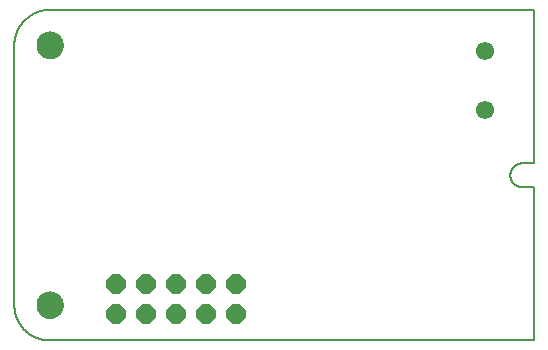
<source format=gbs>
G75*
%MOIN*%
%OFA0B0*%
%FSLAX25Y25*%
%IPPOS*%
%LPD*%
%AMOC8*
5,1,8,0,0,1.08239X$1,22.5*
%
%ADD10C,0.00800*%
%ADD11C,0.00000*%
%ADD12C,0.09061*%
%ADD13C,0.06109*%
%ADD14OC8,0.06400*%
D10*
X0013602Y0001400D02*
X0175019Y0001400D01*
X0175019Y0052581D01*
X0171082Y0052581D01*
X0170958Y0052583D01*
X0170835Y0052589D01*
X0170711Y0052598D01*
X0170589Y0052612D01*
X0170466Y0052629D01*
X0170344Y0052651D01*
X0170223Y0052676D01*
X0170103Y0052705D01*
X0169984Y0052737D01*
X0169865Y0052774D01*
X0169748Y0052814D01*
X0169633Y0052857D01*
X0169518Y0052905D01*
X0169406Y0052956D01*
X0169295Y0053010D01*
X0169185Y0053068D01*
X0169078Y0053129D01*
X0168972Y0053194D01*
X0168869Y0053262D01*
X0168768Y0053333D01*
X0168669Y0053407D01*
X0168572Y0053484D01*
X0168478Y0053565D01*
X0168387Y0053648D01*
X0168298Y0053734D01*
X0168212Y0053823D01*
X0168129Y0053914D01*
X0168048Y0054008D01*
X0167971Y0054105D01*
X0167897Y0054204D01*
X0167826Y0054305D01*
X0167758Y0054408D01*
X0167693Y0054514D01*
X0167632Y0054621D01*
X0167574Y0054731D01*
X0167520Y0054842D01*
X0167469Y0054954D01*
X0167421Y0055069D01*
X0167378Y0055184D01*
X0167338Y0055301D01*
X0167301Y0055420D01*
X0167269Y0055539D01*
X0167240Y0055659D01*
X0167215Y0055780D01*
X0167193Y0055902D01*
X0167176Y0056025D01*
X0167162Y0056147D01*
X0167153Y0056271D01*
X0167147Y0056394D01*
X0167145Y0056518D01*
X0167147Y0056642D01*
X0167153Y0056765D01*
X0167162Y0056889D01*
X0167176Y0057011D01*
X0167193Y0057134D01*
X0167215Y0057256D01*
X0167240Y0057377D01*
X0167269Y0057497D01*
X0167301Y0057616D01*
X0167338Y0057735D01*
X0167378Y0057852D01*
X0167421Y0057967D01*
X0167469Y0058082D01*
X0167520Y0058194D01*
X0167574Y0058305D01*
X0167632Y0058415D01*
X0167693Y0058522D01*
X0167758Y0058628D01*
X0167826Y0058731D01*
X0167897Y0058832D01*
X0167971Y0058931D01*
X0168048Y0059028D01*
X0168129Y0059122D01*
X0168212Y0059213D01*
X0168298Y0059302D01*
X0168387Y0059388D01*
X0168478Y0059471D01*
X0168572Y0059552D01*
X0168669Y0059629D01*
X0168768Y0059703D01*
X0168869Y0059774D01*
X0168972Y0059842D01*
X0169078Y0059907D01*
X0169185Y0059968D01*
X0169295Y0060026D01*
X0169406Y0060080D01*
X0169518Y0060131D01*
X0169633Y0060179D01*
X0169748Y0060222D01*
X0169865Y0060262D01*
X0169984Y0060299D01*
X0170103Y0060331D01*
X0170223Y0060360D01*
X0170344Y0060385D01*
X0170466Y0060407D01*
X0170589Y0060424D01*
X0170711Y0060438D01*
X0170835Y0060447D01*
X0170958Y0060453D01*
X0171082Y0060455D01*
X0175019Y0060455D01*
X0175019Y0111636D01*
X0013602Y0111636D01*
X0013317Y0111633D01*
X0013031Y0111622D01*
X0012746Y0111605D01*
X0012462Y0111581D01*
X0012178Y0111550D01*
X0011895Y0111512D01*
X0011614Y0111467D01*
X0011333Y0111416D01*
X0011053Y0111358D01*
X0010775Y0111293D01*
X0010499Y0111221D01*
X0010225Y0111143D01*
X0009952Y0111058D01*
X0009682Y0110966D01*
X0009414Y0110868D01*
X0009148Y0110764D01*
X0008885Y0110653D01*
X0008625Y0110536D01*
X0008367Y0110413D01*
X0008113Y0110283D01*
X0007862Y0110147D01*
X0007614Y0110006D01*
X0007370Y0109858D01*
X0007129Y0109705D01*
X0006893Y0109545D01*
X0006660Y0109380D01*
X0006431Y0109210D01*
X0006206Y0109034D01*
X0005986Y0108852D01*
X0005770Y0108666D01*
X0005559Y0108474D01*
X0005352Y0108277D01*
X0005150Y0108075D01*
X0004953Y0107868D01*
X0004761Y0107657D01*
X0004575Y0107441D01*
X0004393Y0107221D01*
X0004217Y0106996D01*
X0004047Y0106767D01*
X0003882Y0106534D01*
X0003722Y0106298D01*
X0003569Y0106057D01*
X0003421Y0105813D01*
X0003280Y0105565D01*
X0003144Y0105314D01*
X0003014Y0105060D01*
X0002891Y0104802D01*
X0002774Y0104542D01*
X0002663Y0104279D01*
X0002559Y0104013D01*
X0002461Y0103745D01*
X0002369Y0103475D01*
X0002284Y0103202D01*
X0002206Y0102928D01*
X0002134Y0102652D01*
X0002069Y0102374D01*
X0002011Y0102094D01*
X0001960Y0101813D01*
X0001915Y0101532D01*
X0001877Y0101249D01*
X0001846Y0100965D01*
X0001822Y0100681D01*
X0001805Y0100396D01*
X0001794Y0100110D01*
X0001791Y0099825D01*
X0001791Y0013211D01*
X0001794Y0012926D01*
X0001805Y0012640D01*
X0001822Y0012355D01*
X0001846Y0012071D01*
X0001877Y0011787D01*
X0001915Y0011504D01*
X0001960Y0011223D01*
X0002011Y0010942D01*
X0002069Y0010662D01*
X0002134Y0010384D01*
X0002206Y0010108D01*
X0002284Y0009834D01*
X0002369Y0009561D01*
X0002461Y0009291D01*
X0002559Y0009023D01*
X0002663Y0008757D01*
X0002774Y0008494D01*
X0002891Y0008234D01*
X0003014Y0007976D01*
X0003144Y0007722D01*
X0003280Y0007471D01*
X0003421Y0007223D01*
X0003569Y0006979D01*
X0003722Y0006738D01*
X0003882Y0006502D01*
X0004047Y0006269D01*
X0004217Y0006040D01*
X0004393Y0005815D01*
X0004575Y0005595D01*
X0004761Y0005379D01*
X0004953Y0005168D01*
X0005150Y0004961D01*
X0005352Y0004759D01*
X0005559Y0004562D01*
X0005770Y0004370D01*
X0005986Y0004184D01*
X0006206Y0004002D01*
X0006431Y0003826D01*
X0006660Y0003656D01*
X0006893Y0003491D01*
X0007129Y0003331D01*
X0007370Y0003178D01*
X0007614Y0003030D01*
X0007862Y0002889D01*
X0008113Y0002753D01*
X0008367Y0002623D01*
X0008625Y0002500D01*
X0008885Y0002383D01*
X0009148Y0002272D01*
X0009414Y0002168D01*
X0009682Y0002070D01*
X0009952Y0001978D01*
X0010225Y0001893D01*
X0010499Y0001815D01*
X0010775Y0001743D01*
X0011053Y0001678D01*
X0011333Y0001620D01*
X0011614Y0001569D01*
X0011895Y0001524D01*
X0012178Y0001486D01*
X0012462Y0001455D01*
X0012746Y0001431D01*
X0013031Y0001414D01*
X0013317Y0001403D01*
X0013602Y0001400D01*
D11*
X0009271Y0013211D02*
X0009273Y0013342D01*
X0009279Y0013474D01*
X0009289Y0013605D01*
X0009303Y0013736D01*
X0009321Y0013866D01*
X0009343Y0013995D01*
X0009368Y0014124D01*
X0009398Y0014252D01*
X0009432Y0014379D01*
X0009469Y0014506D01*
X0009510Y0014630D01*
X0009555Y0014754D01*
X0009604Y0014876D01*
X0009656Y0014997D01*
X0009712Y0015115D01*
X0009772Y0015233D01*
X0009835Y0015348D01*
X0009902Y0015461D01*
X0009972Y0015573D01*
X0010045Y0015682D01*
X0010121Y0015788D01*
X0010201Y0015893D01*
X0010284Y0015995D01*
X0010370Y0016094D01*
X0010459Y0016191D01*
X0010551Y0016285D01*
X0010646Y0016376D01*
X0010743Y0016465D01*
X0010843Y0016550D01*
X0010946Y0016632D01*
X0011051Y0016711D01*
X0011158Y0016787D01*
X0011268Y0016859D01*
X0011380Y0016928D01*
X0011494Y0016994D01*
X0011609Y0017056D01*
X0011727Y0017115D01*
X0011846Y0017170D01*
X0011967Y0017222D01*
X0012090Y0017269D01*
X0012214Y0017313D01*
X0012339Y0017354D01*
X0012465Y0017390D01*
X0012593Y0017423D01*
X0012721Y0017451D01*
X0012850Y0017476D01*
X0012980Y0017497D01*
X0013110Y0017514D01*
X0013241Y0017527D01*
X0013372Y0017536D01*
X0013503Y0017541D01*
X0013635Y0017542D01*
X0013766Y0017539D01*
X0013898Y0017532D01*
X0014029Y0017521D01*
X0014159Y0017506D01*
X0014289Y0017487D01*
X0014419Y0017464D01*
X0014547Y0017438D01*
X0014675Y0017407D01*
X0014802Y0017372D01*
X0014928Y0017334D01*
X0015052Y0017292D01*
X0015176Y0017246D01*
X0015297Y0017196D01*
X0015417Y0017143D01*
X0015536Y0017086D01*
X0015653Y0017026D01*
X0015767Y0016962D01*
X0015880Y0016894D01*
X0015991Y0016823D01*
X0016100Y0016749D01*
X0016206Y0016672D01*
X0016310Y0016591D01*
X0016411Y0016508D01*
X0016510Y0016421D01*
X0016606Y0016331D01*
X0016699Y0016238D01*
X0016790Y0016143D01*
X0016877Y0016045D01*
X0016962Y0015944D01*
X0017043Y0015841D01*
X0017121Y0015735D01*
X0017196Y0015627D01*
X0017268Y0015517D01*
X0017336Y0015405D01*
X0017401Y0015291D01*
X0017462Y0015174D01*
X0017520Y0015056D01*
X0017574Y0014936D01*
X0017625Y0014815D01*
X0017672Y0014692D01*
X0017715Y0014568D01*
X0017754Y0014443D01*
X0017790Y0014316D01*
X0017821Y0014188D01*
X0017849Y0014060D01*
X0017873Y0013931D01*
X0017893Y0013801D01*
X0017909Y0013670D01*
X0017921Y0013539D01*
X0017929Y0013408D01*
X0017933Y0013277D01*
X0017933Y0013145D01*
X0017929Y0013014D01*
X0017921Y0012883D01*
X0017909Y0012752D01*
X0017893Y0012621D01*
X0017873Y0012491D01*
X0017849Y0012362D01*
X0017821Y0012234D01*
X0017790Y0012106D01*
X0017754Y0011979D01*
X0017715Y0011854D01*
X0017672Y0011730D01*
X0017625Y0011607D01*
X0017574Y0011486D01*
X0017520Y0011366D01*
X0017462Y0011248D01*
X0017401Y0011131D01*
X0017336Y0011017D01*
X0017268Y0010905D01*
X0017196Y0010795D01*
X0017121Y0010687D01*
X0017043Y0010581D01*
X0016962Y0010478D01*
X0016877Y0010377D01*
X0016790Y0010279D01*
X0016699Y0010184D01*
X0016606Y0010091D01*
X0016510Y0010001D01*
X0016411Y0009914D01*
X0016310Y0009831D01*
X0016206Y0009750D01*
X0016100Y0009673D01*
X0015991Y0009599D01*
X0015880Y0009528D01*
X0015768Y0009460D01*
X0015653Y0009396D01*
X0015536Y0009336D01*
X0015417Y0009279D01*
X0015297Y0009226D01*
X0015176Y0009176D01*
X0015052Y0009130D01*
X0014928Y0009088D01*
X0014802Y0009050D01*
X0014675Y0009015D01*
X0014547Y0008984D01*
X0014419Y0008958D01*
X0014289Y0008935D01*
X0014159Y0008916D01*
X0014029Y0008901D01*
X0013898Y0008890D01*
X0013766Y0008883D01*
X0013635Y0008880D01*
X0013503Y0008881D01*
X0013372Y0008886D01*
X0013241Y0008895D01*
X0013110Y0008908D01*
X0012980Y0008925D01*
X0012850Y0008946D01*
X0012721Y0008971D01*
X0012593Y0008999D01*
X0012465Y0009032D01*
X0012339Y0009068D01*
X0012214Y0009109D01*
X0012090Y0009153D01*
X0011967Y0009200D01*
X0011846Y0009252D01*
X0011727Y0009307D01*
X0011609Y0009366D01*
X0011494Y0009428D01*
X0011380Y0009494D01*
X0011268Y0009563D01*
X0011158Y0009635D01*
X0011051Y0009711D01*
X0010946Y0009790D01*
X0010843Y0009872D01*
X0010743Y0009957D01*
X0010646Y0010046D01*
X0010551Y0010137D01*
X0010459Y0010231D01*
X0010370Y0010328D01*
X0010284Y0010427D01*
X0010201Y0010529D01*
X0010121Y0010634D01*
X0010045Y0010740D01*
X0009972Y0010849D01*
X0009902Y0010961D01*
X0009835Y0011074D01*
X0009772Y0011189D01*
X0009712Y0011307D01*
X0009656Y0011425D01*
X0009604Y0011546D01*
X0009555Y0011668D01*
X0009510Y0011792D01*
X0009469Y0011916D01*
X0009432Y0012043D01*
X0009398Y0012170D01*
X0009368Y0012298D01*
X0009343Y0012427D01*
X0009321Y0012556D01*
X0009303Y0012686D01*
X0009289Y0012817D01*
X0009279Y0012948D01*
X0009273Y0013080D01*
X0009271Y0013211D01*
X0009271Y0099825D02*
X0009273Y0099956D01*
X0009279Y0100088D01*
X0009289Y0100219D01*
X0009303Y0100350D01*
X0009321Y0100480D01*
X0009343Y0100609D01*
X0009368Y0100738D01*
X0009398Y0100866D01*
X0009432Y0100993D01*
X0009469Y0101120D01*
X0009510Y0101244D01*
X0009555Y0101368D01*
X0009604Y0101490D01*
X0009656Y0101611D01*
X0009712Y0101729D01*
X0009772Y0101847D01*
X0009835Y0101962D01*
X0009902Y0102075D01*
X0009972Y0102187D01*
X0010045Y0102296D01*
X0010121Y0102402D01*
X0010201Y0102507D01*
X0010284Y0102609D01*
X0010370Y0102708D01*
X0010459Y0102805D01*
X0010551Y0102899D01*
X0010646Y0102990D01*
X0010743Y0103079D01*
X0010843Y0103164D01*
X0010946Y0103246D01*
X0011051Y0103325D01*
X0011158Y0103401D01*
X0011268Y0103473D01*
X0011380Y0103542D01*
X0011494Y0103608D01*
X0011609Y0103670D01*
X0011727Y0103729D01*
X0011846Y0103784D01*
X0011967Y0103836D01*
X0012090Y0103883D01*
X0012214Y0103927D01*
X0012339Y0103968D01*
X0012465Y0104004D01*
X0012593Y0104037D01*
X0012721Y0104065D01*
X0012850Y0104090D01*
X0012980Y0104111D01*
X0013110Y0104128D01*
X0013241Y0104141D01*
X0013372Y0104150D01*
X0013503Y0104155D01*
X0013635Y0104156D01*
X0013766Y0104153D01*
X0013898Y0104146D01*
X0014029Y0104135D01*
X0014159Y0104120D01*
X0014289Y0104101D01*
X0014419Y0104078D01*
X0014547Y0104052D01*
X0014675Y0104021D01*
X0014802Y0103986D01*
X0014928Y0103948D01*
X0015052Y0103906D01*
X0015176Y0103860D01*
X0015297Y0103810D01*
X0015417Y0103757D01*
X0015536Y0103700D01*
X0015653Y0103640D01*
X0015767Y0103576D01*
X0015880Y0103508D01*
X0015991Y0103437D01*
X0016100Y0103363D01*
X0016206Y0103286D01*
X0016310Y0103205D01*
X0016411Y0103122D01*
X0016510Y0103035D01*
X0016606Y0102945D01*
X0016699Y0102852D01*
X0016790Y0102757D01*
X0016877Y0102659D01*
X0016962Y0102558D01*
X0017043Y0102455D01*
X0017121Y0102349D01*
X0017196Y0102241D01*
X0017268Y0102131D01*
X0017336Y0102019D01*
X0017401Y0101905D01*
X0017462Y0101788D01*
X0017520Y0101670D01*
X0017574Y0101550D01*
X0017625Y0101429D01*
X0017672Y0101306D01*
X0017715Y0101182D01*
X0017754Y0101057D01*
X0017790Y0100930D01*
X0017821Y0100802D01*
X0017849Y0100674D01*
X0017873Y0100545D01*
X0017893Y0100415D01*
X0017909Y0100284D01*
X0017921Y0100153D01*
X0017929Y0100022D01*
X0017933Y0099891D01*
X0017933Y0099759D01*
X0017929Y0099628D01*
X0017921Y0099497D01*
X0017909Y0099366D01*
X0017893Y0099235D01*
X0017873Y0099105D01*
X0017849Y0098976D01*
X0017821Y0098848D01*
X0017790Y0098720D01*
X0017754Y0098593D01*
X0017715Y0098468D01*
X0017672Y0098344D01*
X0017625Y0098221D01*
X0017574Y0098100D01*
X0017520Y0097980D01*
X0017462Y0097862D01*
X0017401Y0097745D01*
X0017336Y0097631D01*
X0017268Y0097519D01*
X0017196Y0097409D01*
X0017121Y0097301D01*
X0017043Y0097195D01*
X0016962Y0097092D01*
X0016877Y0096991D01*
X0016790Y0096893D01*
X0016699Y0096798D01*
X0016606Y0096705D01*
X0016510Y0096615D01*
X0016411Y0096528D01*
X0016310Y0096445D01*
X0016206Y0096364D01*
X0016100Y0096287D01*
X0015991Y0096213D01*
X0015880Y0096142D01*
X0015768Y0096074D01*
X0015653Y0096010D01*
X0015536Y0095950D01*
X0015417Y0095893D01*
X0015297Y0095840D01*
X0015176Y0095790D01*
X0015052Y0095744D01*
X0014928Y0095702D01*
X0014802Y0095664D01*
X0014675Y0095629D01*
X0014547Y0095598D01*
X0014419Y0095572D01*
X0014289Y0095549D01*
X0014159Y0095530D01*
X0014029Y0095515D01*
X0013898Y0095504D01*
X0013766Y0095497D01*
X0013635Y0095494D01*
X0013503Y0095495D01*
X0013372Y0095500D01*
X0013241Y0095509D01*
X0013110Y0095522D01*
X0012980Y0095539D01*
X0012850Y0095560D01*
X0012721Y0095585D01*
X0012593Y0095613D01*
X0012465Y0095646D01*
X0012339Y0095682D01*
X0012214Y0095723D01*
X0012090Y0095767D01*
X0011967Y0095814D01*
X0011846Y0095866D01*
X0011727Y0095921D01*
X0011609Y0095980D01*
X0011494Y0096042D01*
X0011380Y0096108D01*
X0011268Y0096177D01*
X0011158Y0096249D01*
X0011051Y0096325D01*
X0010946Y0096404D01*
X0010843Y0096486D01*
X0010743Y0096571D01*
X0010646Y0096660D01*
X0010551Y0096751D01*
X0010459Y0096845D01*
X0010370Y0096942D01*
X0010284Y0097041D01*
X0010201Y0097143D01*
X0010121Y0097248D01*
X0010045Y0097354D01*
X0009972Y0097463D01*
X0009902Y0097575D01*
X0009835Y0097688D01*
X0009772Y0097803D01*
X0009712Y0097921D01*
X0009656Y0098039D01*
X0009604Y0098160D01*
X0009555Y0098282D01*
X0009510Y0098406D01*
X0009469Y0098530D01*
X0009432Y0098657D01*
X0009398Y0098784D01*
X0009368Y0098912D01*
X0009343Y0099041D01*
X0009321Y0099170D01*
X0009303Y0099300D01*
X0009289Y0099431D01*
X0009279Y0099562D01*
X0009273Y0099694D01*
X0009271Y0099825D01*
D12*
X0013602Y0099825D03*
X0013602Y0013211D03*
D13*
X0158704Y0078211D03*
X0158704Y0097896D03*
D14*
X0075750Y0020063D03*
X0065750Y0020063D03*
X0055750Y0020063D03*
X0045750Y0020063D03*
X0035750Y0020063D03*
X0035750Y0010063D03*
X0045750Y0010063D03*
X0055750Y0010063D03*
X0065750Y0010063D03*
X0075750Y0010063D03*
M02*

</source>
